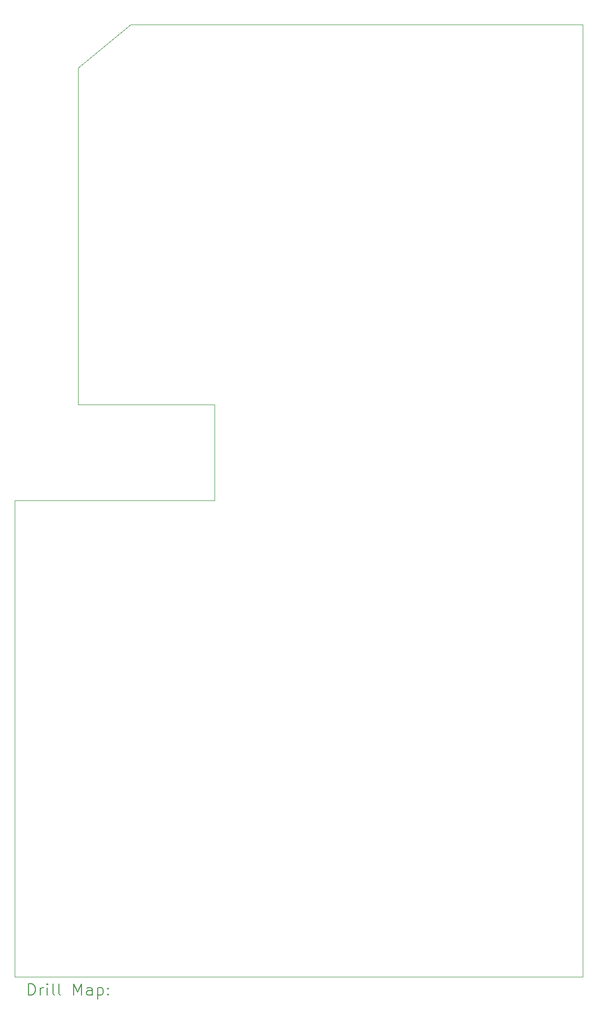
<source format=gbr>
%TF.GenerationSoftware,KiCad,Pcbnew,7.0.2*%
%TF.CreationDate,2024-01-15T01:52:45-05:00*%
%TF.ProjectId,ADSR Main Pcb,41445352-204d-4616-996e-205063622e6b,rev?*%
%TF.SameCoordinates,Original*%
%TF.FileFunction,Drillmap*%
%TF.FilePolarity,Positive*%
%FSLAX45Y45*%
G04 Gerber Fmt 4.5, Leading zero omitted, Abs format (unit mm)*
G04 Created by KiCad (PCBNEW 7.0.2) date 2024-01-15 01:52:45*
%MOMM*%
%LPD*%
G01*
G04 APERTURE LIST*
%ADD10C,0.100000*%
%ADD11C,0.200000*%
G04 APERTURE END LIST*
D10*
X14400000Y-18950000D02*
X4600000Y-18950000D01*
X4600000Y-10750000D01*
X8050000Y-10750000D01*
X8050000Y-9100000D01*
X5700000Y-9100000D01*
X5700000Y-3300000D01*
X6600000Y-2550000D01*
X14400000Y-2550000D01*
X14400000Y-18950000D01*
D11*
X4842619Y-19267524D02*
X4842619Y-19067524D01*
X4842619Y-19067524D02*
X4890238Y-19067524D01*
X4890238Y-19067524D02*
X4918810Y-19077048D01*
X4918810Y-19077048D02*
X4937857Y-19096095D01*
X4937857Y-19096095D02*
X4947381Y-19115143D01*
X4947381Y-19115143D02*
X4956905Y-19153238D01*
X4956905Y-19153238D02*
X4956905Y-19181810D01*
X4956905Y-19181810D02*
X4947381Y-19219905D01*
X4947381Y-19219905D02*
X4937857Y-19238952D01*
X4937857Y-19238952D02*
X4918810Y-19258000D01*
X4918810Y-19258000D02*
X4890238Y-19267524D01*
X4890238Y-19267524D02*
X4842619Y-19267524D01*
X5042619Y-19267524D02*
X5042619Y-19134190D01*
X5042619Y-19172286D02*
X5052143Y-19153238D01*
X5052143Y-19153238D02*
X5061667Y-19143714D01*
X5061667Y-19143714D02*
X5080714Y-19134190D01*
X5080714Y-19134190D02*
X5099762Y-19134190D01*
X5166429Y-19267524D02*
X5166429Y-19134190D01*
X5166429Y-19067524D02*
X5156905Y-19077048D01*
X5156905Y-19077048D02*
X5166429Y-19086571D01*
X5166429Y-19086571D02*
X5175952Y-19077048D01*
X5175952Y-19077048D02*
X5166429Y-19067524D01*
X5166429Y-19067524D02*
X5166429Y-19086571D01*
X5290238Y-19267524D02*
X5271190Y-19258000D01*
X5271190Y-19258000D02*
X5261667Y-19238952D01*
X5261667Y-19238952D02*
X5261667Y-19067524D01*
X5395000Y-19267524D02*
X5375952Y-19258000D01*
X5375952Y-19258000D02*
X5366429Y-19238952D01*
X5366429Y-19238952D02*
X5366429Y-19067524D01*
X5623571Y-19267524D02*
X5623571Y-19067524D01*
X5623571Y-19067524D02*
X5690238Y-19210381D01*
X5690238Y-19210381D02*
X5756905Y-19067524D01*
X5756905Y-19067524D02*
X5756905Y-19267524D01*
X5937857Y-19267524D02*
X5937857Y-19162762D01*
X5937857Y-19162762D02*
X5928333Y-19143714D01*
X5928333Y-19143714D02*
X5909286Y-19134190D01*
X5909286Y-19134190D02*
X5871190Y-19134190D01*
X5871190Y-19134190D02*
X5852143Y-19143714D01*
X5937857Y-19258000D02*
X5918809Y-19267524D01*
X5918809Y-19267524D02*
X5871190Y-19267524D01*
X5871190Y-19267524D02*
X5852143Y-19258000D01*
X5852143Y-19258000D02*
X5842619Y-19238952D01*
X5842619Y-19238952D02*
X5842619Y-19219905D01*
X5842619Y-19219905D02*
X5852143Y-19200857D01*
X5852143Y-19200857D02*
X5871190Y-19191333D01*
X5871190Y-19191333D02*
X5918809Y-19191333D01*
X5918809Y-19191333D02*
X5937857Y-19181810D01*
X6033095Y-19134190D02*
X6033095Y-19334190D01*
X6033095Y-19143714D02*
X6052143Y-19134190D01*
X6052143Y-19134190D02*
X6090238Y-19134190D01*
X6090238Y-19134190D02*
X6109286Y-19143714D01*
X6109286Y-19143714D02*
X6118809Y-19153238D01*
X6118809Y-19153238D02*
X6128333Y-19172286D01*
X6128333Y-19172286D02*
X6128333Y-19229429D01*
X6128333Y-19229429D02*
X6118809Y-19248476D01*
X6118809Y-19248476D02*
X6109286Y-19258000D01*
X6109286Y-19258000D02*
X6090238Y-19267524D01*
X6090238Y-19267524D02*
X6052143Y-19267524D01*
X6052143Y-19267524D02*
X6033095Y-19258000D01*
X6214048Y-19248476D02*
X6223571Y-19258000D01*
X6223571Y-19258000D02*
X6214048Y-19267524D01*
X6214048Y-19267524D02*
X6204524Y-19258000D01*
X6204524Y-19258000D02*
X6214048Y-19248476D01*
X6214048Y-19248476D02*
X6214048Y-19267524D01*
X6214048Y-19143714D02*
X6223571Y-19153238D01*
X6223571Y-19153238D02*
X6214048Y-19162762D01*
X6214048Y-19162762D02*
X6204524Y-19153238D01*
X6204524Y-19153238D02*
X6214048Y-19143714D01*
X6214048Y-19143714D02*
X6214048Y-19162762D01*
M02*

</source>
